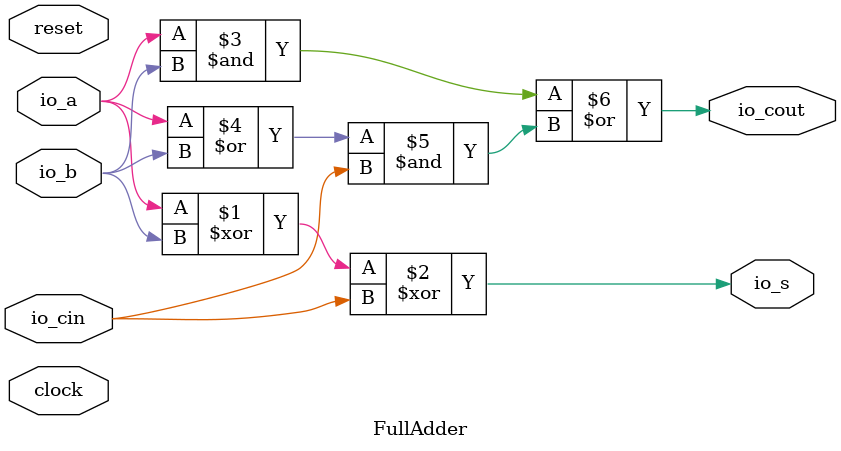
<source format=v>
module FullAdder(
  input   clock,
  input   reset,
  input   io_a,
  input   io_b,
  input   io_cin,
  output  io_s,
  output  io_cout
);
  assign io_s = io_a ^ io_b ^ io_cin; // @[FullAdder.scala 13:23]
  assign io_cout = io_a & io_b | (io_a | io_b) & io_cin; // @[FullAdder.scala 14:28]
endmodule

</source>
